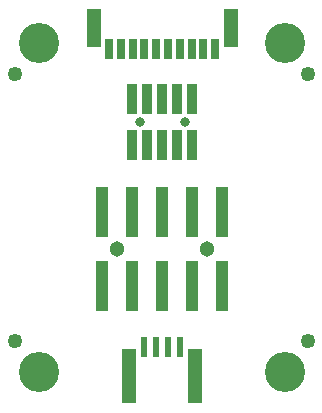
<source format=gbr>
G04 #@! TF.GenerationSoftware,KiCad,Pcbnew,5.1.0-rc2-unknown-036be7d~80~ubuntu16.04.1*
G04 #@! TF.CreationDate,2023-05-22T09:45:20+03:00*
G04 #@! TF.ProjectId,UEXT-MPQ_Rev_A,55455854-2d4d-4505-915f-5265765f412e,A*
G04 #@! TF.SameCoordinates,Original*
G04 #@! TF.FileFunction,Soldermask,Top*
G04 #@! TF.FilePolarity,Negative*
%FSLAX46Y46*%
G04 Gerber Fmt 4.6, Leading zero omitted, Abs format (unit mm)*
G04 Created by KiCad (PCBNEW 5.1.0-rc2-unknown-036be7d~80~ubuntu16.04.1) date 2023-05-22 09:45:20*
%MOMM*%
%LPD*%
G04 APERTURE LIST*
%ADD10R,0.701600X1.651600*%
%ADD11R,1.301600X3.201600*%
%ADD12R,0.861600X2.501600*%
%ADD13C,0.801600*%
%ADD14C,1.301600*%
%ADD15R,1.101600X4.351600*%
%ADD16C,1.254000*%
%ADD17C,3.401600*%
%ADD18R,0.601600X1.651600*%
%ADD19R,1.301600X4.601600*%
G04 APERTURE END LIST*
D10*
X82500000Y-130625000D03*
X83500000Y-130625000D03*
X84500000Y-130625000D03*
X85500000Y-130625000D03*
X86500000Y-130625000D03*
X87500000Y-130625000D03*
X88500000Y-130625000D03*
X89500000Y-130625000D03*
X90500000Y-130625000D03*
X91500000Y-130625000D03*
D11*
X81200000Y-128850000D03*
X92800000Y-128850000D03*
D12*
X84460000Y-138750500D03*
X85730000Y-138750500D03*
X87000000Y-138750500D03*
X88270000Y-138750500D03*
X89540000Y-138750500D03*
X84460000Y-134849500D03*
X88270000Y-134849500D03*
X89540000Y-134849500D03*
X87000000Y-134849500D03*
X85730000Y-134849500D03*
D13*
X88905000Y-136800000D03*
X85095000Y-136800000D03*
D14*
X90810000Y-147500000D03*
D15*
X81920000Y-150625000D03*
X81920000Y-144375000D03*
X84460000Y-150625000D03*
X84460000Y-144375000D03*
X87000000Y-150625000D03*
X87000000Y-144375000D03*
X89540000Y-150625000D03*
X89540000Y-144375000D03*
X92080000Y-150625000D03*
X92080000Y-144375000D03*
D14*
X83190000Y-147500000D03*
D16*
X99314000Y-155300000D03*
X74549000Y-155321000D03*
X74549000Y-132715000D03*
D17*
X76600000Y-130100000D03*
X97400000Y-130100000D03*
X76600000Y-157900000D03*
X97400000Y-157900000D03*
D16*
X99314000Y-132715000D03*
D18*
X88500000Y-155800000D03*
X86500000Y-155800000D03*
X87500000Y-155800000D03*
D19*
X84200000Y-158275000D03*
X89800000Y-158275000D03*
D18*
X85500000Y-155800000D03*
M02*

</source>
